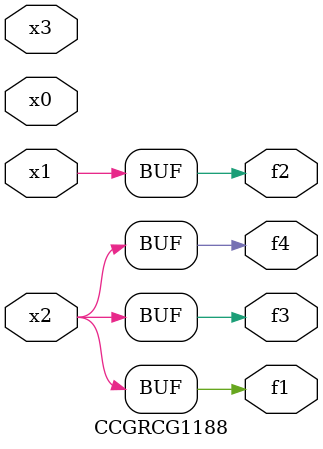
<source format=v>
module CCGRCG1188(
	input x0, x1, x2, x3,
	output f1, f2, f3, f4
);
	assign f1 = x2;
	assign f2 = x1;
	assign f3 = x2;
	assign f4 = x2;
endmodule

</source>
